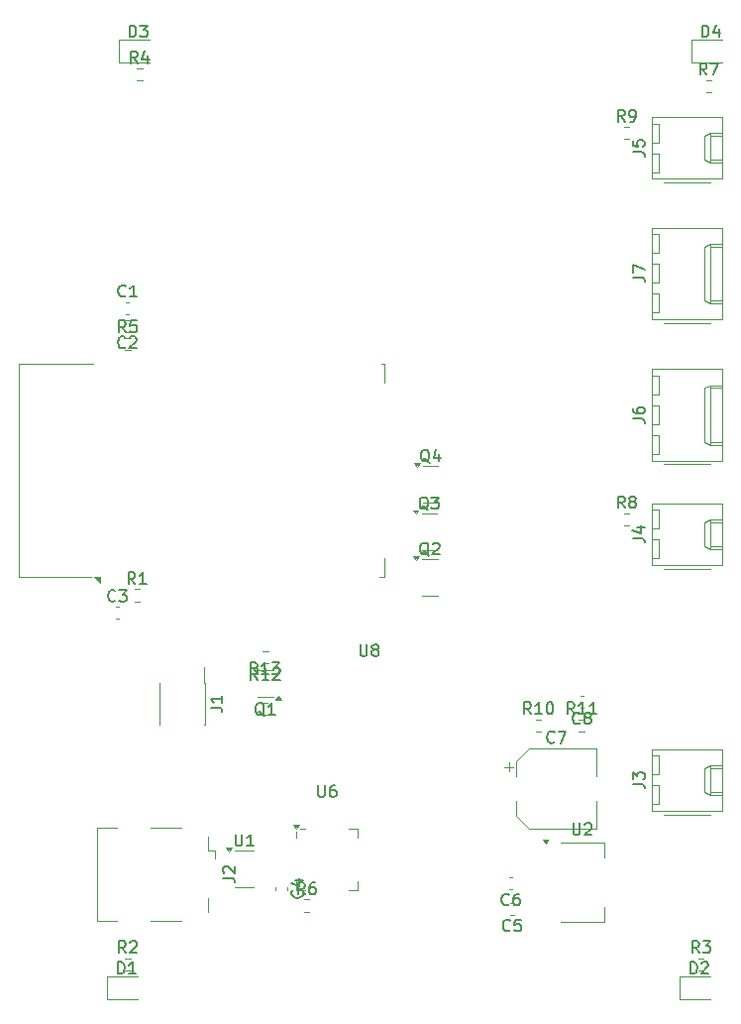
<source format=gbr>
%TF.GenerationSoftware,KiCad,Pcbnew,8.0.6*%
%TF.CreationDate,2025-02-23T18:05:14+01:00*%
%TF.ProjectId,TocBoatReceiver,546f6342-6f61-4745-9265-636569766572,rev?*%
%TF.SameCoordinates,Original*%
%TF.FileFunction,Legend,Top*%
%TF.FilePolarity,Positive*%
%FSLAX46Y46*%
G04 Gerber Fmt 4.6, Leading zero omitted, Abs format (unit mm)*
G04 Created by KiCad (PCBNEW 8.0.6) date 2025-02-23 18:05:14*
%MOMM*%
%LPD*%
G01*
G04 APERTURE LIST*
%ADD10C,0.150000*%
%ADD11C,0.120000*%
G04 APERTURE END LIST*
D10*
X172332142Y-108624819D02*
X171998809Y-108148628D01*
X171760714Y-108624819D02*
X171760714Y-107624819D01*
X171760714Y-107624819D02*
X172141666Y-107624819D01*
X172141666Y-107624819D02*
X172236904Y-107672438D01*
X172236904Y-107672438D02*
X172284523Y-107720057D01*
X172284523Y-107720057D02*
X172332142Y-107815295D01*
X172332142Y-107815295D02*
X172332142Y-107958152D01*
X172332142Y-107958152D02*
X172284523Y-108053390D01*
X172284523Y-108053390D02*
X172236904Y-108101009D01*
X172236904Y-108101009D02*
X172141666Y-108148628D01*
X172141666Y-108148628D02*
X171760714Y-108148628D01*
X173284523Y-108624819D02*
X172713095Y-108624819D01*
X172998809Y-108624819D02*
X172998809Y-107624819D01*
X172998809Y-107624819D02*
X172903571Y-107767676D01*
X172903571Y-107767676D02*
X172808333Y-107862914D01*
X172808333Y-107862914D02*
X172713095Y-107910533D01*
X174236904Y-108624819D02*
X173665476Y-108624819D01*
X173951190Y-108624819D02*
X173951190Y-107624819D01*
X173951190Y-107624819D02*
X173855952Y-107767676D01*
X173855952Y-107767676D02*
X173760714Y-107862914D01*
X173760714Y-107862914D02*
X173665476Y-107910533D01*
X168632142Y-108624819D02*
X168298809Y-108148628D01*
X168060714Y-108624819D02*
X168060714Y-107624819D01*
X168060714Y-107624819D02*
X168441666Y-107624819D01*
X168441666Y-107624819D02*
X168536904Y-107672438D01*
X168536904Y-107672438D02*
X168584523Y-107720057D01*
X168584523Y-107720057D02*
X168632142Y-107815295D01*
X168632142Y-107815295D02*
X168632142Y-107958152D01*
X168632142Y-107958152D02*
X168584523Y-108053390D01*
X168584523Y-108053390D02*
X168536904Y-108101009D01*
X168536904Y-108101009D02*
X168441666Y-108148628D01*
X168441666Y-108148628D02*
X168060714Y-108148628D01*
X169584523Y-108624819D02*
X169013095Y-108624819D01*
X169298809Y-108624819D02*
X169298809Y-107624819D01*
X169298809Y-107624819D02*
X169203571Y-107767676D01*
X169203571Y-107767676D02*
X169108333Y-107862914D01*
X169108333Y-107862914D02*
X169013095Y-107910533D01*
X170203571Y-107624819D02*
X170298809Y-107624819D01*
X170298809Y-107624819D02*
X170394047Y-107672438D01*
X170394047Y-107672438D02*
X170441666Y-107720057D01*
X170441666Y-107720057D02*
X170489285Y-107815295D01*
X170489285Y-107815295D02*
X170536904Y-108005771D01*
X170536904Y-108005771D02*
X170536904Y-108243866D01*
X170536904Y-108243866D02*
X170489285Y-108434342D01*
X170489285Y-108434342D02*
X170441666Y-108529580D01*
X170441666Y-108529580D02*
X170394047Y-108577200D01*
X170394047Y-108577200D02*
X170298809Y-108624819D01*
X170298809Y-108624819D02*
X170203571Y-108624819D01*
X170203571Y-108624819D02*
X170108333Y-108577200D01*
X170108333Y-108577200D02*
X170060714Y-108529580D01*
X170060714Y-108529580D02*
X170013095Y-108434342D01*
X170013095Y-108434342D02*
X169965476Y-108243866D01*
X169965476Y-108243866D02*
X169965476Y-108005771D01*
X169965476Y-108005771D02*
X170013095Y-107815295D01*
X170013095Y-107815295D02*
X170060714Y-107720057D01*
X170060714Y-107720057D02*
X170108333Y-107672438D01*
X170108333Y-107672438D02*
X170203571Y-107624819D01*
X172808333Y-109389580D02*
X172760714Y-109437200D01*
X172760714Y-109437200D02*
X172617857Y-109484819D01*
X172617857Y-109484819D02*
X172522619Y-109484819D01*
X172522619Y-109484819D02*
X172379762Y-109437200D01*
X172379762Y-109437200D02*
X172284524Y-109341961D01*
X172284524Y-109341961D02*
X172236905Y-109246723D01*
X172236905Y-109246723D02*
X172189286Y-109056247D01*
X172189286Y-109056247D02*
X172189286Y-108913390D01*
X172189286Y-108913390D02*
X172236905Y-108722914D01*
X172236905Y-108722914D02*
X172284524Y-108627676D01*
X172284524Y-108627676D02*
X172379762Y-108532438D01*
X172379762Y-108532438D02*
X172522619Y-108484819D01*
X172522619Y-108484819D02*
X172617857Y-108484819D01*
X172617857Y-108484819D02*
X172760714Y-108532438D01*
X172760714Y-108532438D02*
X172808333Y-108580057D01*
X173379762Y-108913390D02*
X173284524Y-108865771D01*
X173284524Y-108865771D02*
X173236905Y-108818152D01*
X173236905Y-108818152D02*
X173189286Y-108722914D01*
X173189286Y-108722914D02*
X173189286Y-108675295D01*
X173189286Y-108675295D02*
X173236905Y-108580057D01*
X173236905Y-108580057D02*
X173284524Y-108532438D01*
X173284524Y-108532438D02*
X173379762Y-108484819D01*
X173379762Y-108484819D02*
X173570238Y-108484819D01*
X173570238Y-108484819D02*
X173665476Y-108532438D01*
X173665476Y-108532438D02*
X173713095Y-108580057D01*
X173713095Y-108580057D02*
X173760714Y-108675295D01*
X173760714Y-108675295D02*
X173760714Y-108722914D01*
X173760714Y-108722914D02*
X173713095Y-108818152D01*
X173713095Y-108818152D02*
X173665476Y-108865771D01*
X173665476Y-108865771D02*
X173570238Y-108913390D01*
X173570238Y-108913390D02*
X173379762Y-108913390D01*
X173379762Y-108913390D02*
X173284524Y-108961009D01*
X173284524Y-108961009D02*
X173236905Y-109008628D01*
X173236905Y-109008628D02*
X173189286Y-109103866D01*
X173189286Y-109103866D02*
X173189286Y-109294342D01*
X173189286Y-109294342D02*
X173236905Y-109389580D01*
X173236905Y-109389580D02*
X173284524Y-109437200D01*
X173284524Y-109437200D02*
X173379762Y-109484819D01*
X173379762Y-109484819D02*
X173570238Y-109484819D01*
X173570238Y-109484819D02*
X173665476Y-109437200D01*
X173665476Y-109437200D02*
X173713095Y-109389580D01*
X173713095Y-109389580D02*
X173760714Y-109294342D01*
X173760714Y-109294342D02*
X173760714Y-109103866D01*
X173760714Y-109103866D02*
X173713095Y-109008628D01*
X173713095Y-109008628D02*
X173665476Y-108961009D01*
X173665476Y-108961009D02*
X173570238Y-108913390D01*
X133958333Y-77289580D02*
X133910714Y-77337200D01*
X133910714Y-77337200D02*
X133767857Y-77384819D01*
X133767857Y-77384819D02*
X133672619Y-77384819D01*
X133672619Y-77384819D02*
X133529762Y-77337200D01*
X133529762Y-77337200D02*
X133434524Y-77241961D01*
X133434524Y-77241961D02*
X133386905Y-77146723D01*
X133386905Y-77146723D02*
X133339286Y-76956247D01*
X133339286Y-76956247D02*
X133339286Y-76813390D01*
X133339286Y-76813390D02*
X133386905Y-76622914D01*
X133386905Y-76622914D02*
X133434524Y-76527676D01*
X133434524Y-76527676D02*
X133529762Y-76432438D01*
X133529762Y-76432438D02*
X133672619Y-76384819D01*
X133672619Y-76384819D02*
X133767857Y-76384819D01*
X133767857Y-76384819D02*
X133910714Y-76432438D01*
X133910714Y-76432438D02*
X133958333Y-76480057D01*
X134339286Y-76480057D02*
X134386905Y-76432438D01*
X134386905Y-76432438D02*
X134482143Y-76384819D01*
X134482143Y-76384819D02*
X134720238Y-76384819D01*
X134720238Y-76384819D02*
X134815476Y-76432438D01*
X134815476Y-76432438D02*
X134863095Y-76480057D01*
X134863095Y-76480057D02*
X134910714Y-76575295D01*
X134910714Y-76575295D02*
X134910714Y-76670533D01*
X134910714Y-76670533D02*
X134863095Y-76813390D01*
X134863095Y-76813390D02*
X134291667Y-77384819D01*
X134291667Y-77384819D02*
X134910714Y-77384819D01*
X149308333Y-124024819D02*
X148975000Y-123548628D01*
X148736905Y-124024819D02*
X148736905Y-123024819D01*
X148736905Y-123024819D02*
X149117857Y-123024819D01*
X149117857Y-123024819D02*
X149213095Y-123072438D01*
X149213095Y-123072438D02*
X149260714Y-123120057D01*
X149260714Y-123120057D02*
X149308333Y-123215295D01*
X149308333Y-123215295D02*
X149308333Y-123358152D01*
X149308333Y-123358152D02*
X149260714Y-123453390D01*
X149260714Y-123453390D02*
X149213095Y-123501009D01*
X149213095Y-123501009D02*
X149117857Y-123548628D01*
X149117857Y-123548628D02*
X148736905Y-123548628D01*
X150165476Y-123024819D02*
X149975000Y-123024819D01*
X149975000Y-123024819D02*
X149879762Y-123072438D01*
X149879762Y-123072438D02*
X149832143Y-123120057D01*
X149832143Y-123120057D02*
X149736905Y-123262914D01*
X149736905Y-123262914D02*
X149689286Y-123453390D01*
X149689286Y-123453390D02*
X149689286Y-123834342D01*
X149689286Y-123834342D02*
X149736905Y-123929580D01*
X149736905Y-123929580D02*
X149784524Y-123977200D01*
X149784524Y-123977200D02*
X149879762Y-124024819D01*
X149879762Y-124024819D02*
X150070238Y-124024819D01*
X150070238Y-124024819D02*
X150165476Y-123977200D01*
X150165476Y-123977200D02*
X150213095Y-123929580D01*
X150213095Y-123929580D02*
X150260714Y-123834342D01*
X150260714Y-123834342D02*
X150260714Y-123596247D01*
X150260714Y-123596247D02*
X150213095Y-123501009D01*
X150213095Y-123501009D02*
X150165476Y-123453390D01*
X150165476Y-123453390D02*
X150070238Y-123405771D01*
X150070238Y-123405771D02*
X149879762Y-123405771D01*
X149879762Y-123405771D02*
X149784524Y-123453390D01*
X149784524Y-123453390D02*
X149736905Y-123501009D01*
X149736905Y-123501009D02*
X149689286Y-123596247D01*
X159904761Y-95100057D02*
X159809523Y-95052438D01*
X159809523Y-95052438D02*
X159714285Y-94957200D01*
X159714285Y-94957200D02*
X159571428Y-94814342D01*
X159571428Y-94814342D02*
X159476190Y-94766723D01*
X159476190Y-94766723D02*
X159380952Y-94766723D01*
X159428571Y-95004819D02*
X159333333Y-94957200D01*
X159333333Y-94957200D02*
X159238095Y-94861961D01*
X159238095Y-94861961D02*
X159190476Y-94671485D01*
X159190476Y-94671485D02*
X159190476Y-94338152D01*
X159190476Y-94338152D02*
X159238095Y-94147676D01*
X159238095Y-94147676D02*
X159333333Y-94052438D01*
X159333333Y-94052438D02*
X159428571Y-94004819D01*
X159428571Y-94004819D02*
X159619047Y-94004819D01*
X159619047Y-94004819D02*
X159714285Y-94052438D01*
X159714285Y-94052438D02*
X159809523Y-94147676D01*
X159809523Y-94147676D02*
X159857142Y-94338152D01*
X159857142Y-94338152D02*
X159857142Y-94671485D01*
X159857142Y-94671485D02*
X159809523Y-94861961D01*
X159809523Y-94861961D02*
X159714285Y-94957200D01*
X159714285Y-94957200D02*
X159619047Y-95004819D01*
X159619047Y-95004819D02*
X159428571Y-95004819D01*
X160238095Y-94100057D02*
X160285714Y-94052438D01*
X160285714Y-94052438D02*
X160380952Y-94004819D01*
X160380952Y-94004819D02*
X160619047Y-94004819D01*
X160619047Y-94004819D02*
X160714285Y-94052438D01*
X160714285Y-94052438D02*
X160761904Y-94100057D01*
X160761904Y-94100057D02*
X160809523Y-94195295D01*
X160809523Y-94195295D02*
X160809523Y-94290533D01*
X160809523Y-94290533D02*
X160761904Y-94433390D01*
X160761904Y-94433390D02*
X160190476Y-95004819D01*
X160190476Y-95004819D02*
X160809523Y-95004819D01*
X183658333Y-54024819D02*
X183325000Y-53548628D01*
X183086905Y-54024819D02*
X183086905Y-53024819D01*
X183086905Y-53024819D02*
X183467857Y-53024819D01*
X183467857Y-53024819D02*
X183563095Y-53072438D01*
X183563095Y-53072438D02*
X183610714Y-53120057D01*
X183610714Y-53120057D02*
X183658333Y-53215295D01*
X183658333Y-53215295D02*
X183658333Y-53358152D01*
X183658333Y-53358152D02*
X183610714Y-53453390D01*
X183610714Y-53453390D02*
X183563095Y-53501009D01*
X183563095Y-53501009D02*
X183467857Y-53548628D01*
X183467857Y-53548628D02*
X183086905Y-53548628D01*
X183991667Y-53024819D02*
X184658333Y-53024819D01*
X184658333Y-53024819D02*
X184229762Y-54024819D01*
X177334819Y-83413333D02*
X178049104Y-83413333D01*
X178049104Y-83413333D02*
X178191961Y-83460952D01*
X178191961Y-83460952D02*
X178287200Y-83556190D01*
X178287200Y-83556190D02*
X178334819Y-83699047D01*
X178334819Y-83699047D02*
X178334819Y-83794285D01*
X177334819Y-82508571D02*
X177334819Y-82699047D01*
X177334819Y-82699047D02*
X177382438Y-82794285D01*
X177382438Y-82794285D02*
X177430057Y-82841904D01*
X177430057Y-82841904D02*
X177572914Y-82937142D01*
X177572914Y-82937142D02*
X177763390Y-82984761D01*
X177763390Y-82984761D02*
X178144342Y-82984761D01*
X178144342Y-82984761D02*
X178239580Y-82937142D01*
X178239580Y-82937142D02*
X178287200Y-82889523D01*
X178287200Y-82889523D02*
X178334819Y-82794285D01*
X178334819Y-82794285D02*
X178334819Y-82603809D01*
X178334819Y-82603809D02*
X178287200Y-82508571D01*
X178287200Y-82508571D02*
X178239580Y-82460952D01*
X178239580Y-82460952D02*
X178144342Y-82413333D01*
X178144342Y-82413333D02*
X177906247Y-82413333D01*
X177906247Y-82413333D02*
X177811009Y-82460952D01*
X177811009Y-82460952D02*
X177763390Y-82508571D01*
X177763390Y-82508571D02*
X177715771Y-82603809D01*
X177715771Y-82603809D02*
X177715771Y-82794285D01*
X177715771Y-82794285D02*
X177763390Y-82889523D01*
X177763390Y-82889523D02*
X177811009Y-82937142D01*
X177811009Y-82937142D02*
X177906247Y-82984761D01*
X133324405Y-130804819D02*
X133324405Y-129804819D01*
X133324405Y-129804819D02*
X133562500Y-129804819D01*
X133562500Y-129804819D02*
X133705357Y-129852438D01*
X133705357Y-129852438D02*
X133800595Y-129947676D01*
X133800595Y-129947676D02*
X133848214Y-130042914D01*
X133848214Y-130042914D02*
X133895833Y-130233390D01*
X133895833Y-130233390D02*
X133895833Y-130376247D01*
X133895833Y-130376247D02*
X133848214Y-130566723D01*
X133848214Y-130566723D02*
X133800595Y-130661961D01*
X133800595Y-130661961D02*
X133705357Y-130757200D01*
X133705357Y-130757200D02*
X133562500Y-130804819D01*
X133562500Y-130804819D02*
X133324405Y-130804819D01*
X134848214Y-130804819D02*
X134276786Y-130804819D01*
X134562500Y-130804819D02*
X134562500Y-129804819D01*
X134562500Y-129804819D02*
X134467262Y-129947676D01*
X134467262Y-129947676D02*
X134372024Y-130042914D01*
X134372024Y-130042914D02*
X134276786Y-130090533D01*
X176658333Y-91024819D02*
X176325000Y-90548628D01*
X176086905Y-91024819D02*
X176086905Y-90024819D01*
X176086905Y-90024819D02*
X176467857Y-90024819D01*
X176467857Y-90024819D02*
X176563095Y-90072438D01*
X176563095Y-90072438D02*
X176610714Y-90120057D01*
X176610714Y-90120057D02*
X176658333Y-90215295D01*
X176658333Y-90215295D02*
X176658333Y-90358152D01*
X176658333Y-90358152D02*
X176610714Y-90453390D01*
X176610714Y-90453390D02*
X176563095Y-90501009D01*
X176563095Y-90501009D02*
X176467857Y-90548628D01*
X176467857Y-90548628D02*
X176086905Y-90548628D01*
X177229762Y-90453390D02*
X177134524Y-90405771D01*
X177134524Y-90405771D02*
X177086905Y-90358152D01*
X177086905Y-90358152D02*
X177039286Y-90262914D01*
X177039286Y-90262914D02*
X177039286Y-90215295D01*
X177039286Y-90215295D02*
X177086905Y-90120057D01*
X177086905Y-90120057D02*
X177134524Y-90072438D01*
X177134524Y-90072438D02*
X177229762Y-90024819D01*
X177229762Y-90024819D02*
X177420238Y-90024819D01*
X177420238Y-90024819D02*
X177515476Y-90072438D01*
X177515476Y-90072438D02*
X177563095Y-90120057D01*
X177563095Y-90120057D02*
X177610714Y-90215295D01*
X177610714Y-90215295D02*
X177610714Y-90262914D01*
X177610714Y-90262914D02*
X177563095Y-90358152D01*
X177563095Y-90358152D02*
X177515476Y-90405771D01*
X177515476Y-90405771D02*
X177420238Y-90453390D01*
X177420238Y-90453390D02*
X177229762Y-90453390D01*
X177229762Y-90453390D02*
X177134524Y-90501009D01*
X177134524Y-90501009D02*
X177086905Y-90548628D01*
X177086905Y-90548628D02*
X177039286Y-90643866D01*
X177039286Y-90643866D02*
X177039286Y-90834342D01*
X177039286Y-90834342D02*
X177086905Y-90929580D01*
X177086905Y-90929580D02*
X177134524Y-90977200D01*
X177134524Y-90977200D02*
X177229762Y-91024819D01*
X177229762Y-91024819D02*
X177420238Y-91024819D01*
X177420238Y-91024819D02*
X177515476Y-90977200D01*
X177515476Y-90977200D02*
X177563095Y-90929580D01*
X177563095Y-90929580D02*
X177610714Y-90834342D01*
X177610714Y-90834342D02*
X177610714Y-90643866D01*
X177610714Y-90643866D02*
X177563095Y-90548628D01*
X177563095Y-90548628D02*
X177515476Y-90501009D01*
X177515476Y-90501009D02*
X177420238Y-90453390D01*
X159967261Y-87150057D02*
X159872023Y-87102438D01*
X159872023Y-87102438D02*
X159776785Y-87007200D01*
X159776785Y-87007200D02*
X159633928Y-86864342D01*
X159633928Y-86864342D02*
X159538690Y-86816723D01*
X159538690Y-86816723D02*
X159443452Y-86816723D01*
X159491071Y-87054819D02*
X159395833Y-87007200D01*
X159395833Y-87007200D02*
X159300595Y-86911961D01*
X159300595Y-86911961D02*
X159252976Y-86721485D01*
X159252976Y-86721485D02*
X159252976Y-86388152D01*
X159252976Y-86388152D02*
X159300595Y-86197676D01*
X159300595Y-86197676D02*
X159395833Y-86102438D01*
X159395833Y-86102438D02*
X159491071Y-86054819D01*
X159491071Y-86054819D02*
X159681547Y-86054819D01*
X159681547Y-86054819D02*
X159776785Y-86102438D01*
X159776785Y-86102438D02*
X159872023Y-86197676D01*
X159872023Y-86197676D02*
X159919642Y-86388152D01*
X159919642Y-86388152D02*
X159919642Y-86721485D01*
X159919642Y-86721485D02*
X159872023Y-86911961D01*
X159872023Y-86911961D02*
X159776785Y-87007200D01*
X159776785Y-87007200D02*
X159681547Y-87054819D01*
X159681547Y-87054819D02*
X159491071Y-87054819D01*
X160776785Y-86388152D02*
X160776785Y-87054819D01*
X160538690Y-86007200D02*
X160300595Y-86721485D01*
X160300595Y-86721485D02*
X160919642Y-86721485D01*
X177334819Y-71333333D02*
X178049104Y-71333333D01*
X178049104Y-71333333D02*
X178191961Y-71380952D01*
X178191961Y-71380952D02*
X178287200Y-71476190D01*
X178287200Y-71476190D02*
X178334819Y-71619047D01*
X178334819Y-71619047D02*
X178334819Y-71714285D01*
X177334819Y-70952380D02*
X177334819Y-70285714D01*
X177334819Y-70285714D02*
X178334819Y-70714285D01*
X149089580Y-123691666D02*
X149137200Y-123739285D01*
X149137200Y-123739285D02*
X149184819Y-123882142D01*
X149184819Y-123882142D02*
X149184819Y-123977380D01*
X149184819Y-123977380D02*
X149137200Y-124120237D01*
X149137200Y-124120237D02*
X149041961Y-124215475D01*
X149041961Y-124215475D02*
X148946723Y-124263094D01*
X148946723Y-124263094D02*
X148756247Y-124310713D01*
X148756247Y-124310713D02*
X148613390Y-124310713D01*
X148613390Y-124310713D02*
X148422914Y-124263094D01*
X148422914Y-124263094D02*
X148327676Y-124215475D01*
X148327676Y-124215475D02*
X148232438Y-124120237D01*
X148232438Y-124120237D02*
X148184819Y-123977380D01*
X148184819Y-123977380D02*
X148184819Y-123882142D01*
X148184819Y-123882142D02*
X148232438Y-123739285D01*
X148232438Y-123739285D02*
X148280057Y-123691666D01*
X148518152Y-122834523D02*
X149184819Y-122834523D01*
X148137200Y-123072618D02*
X148851485Y-123310713D01*
X148851485Y-123310713D02*
X148851485Y-122691666D01*
X142304819Y-122633333D02*
X143019104Y-122633333D01*
X143019104Y-122633333D02*
X143161961Y-122680952D01*
X143161961Y-122680952D02*
X143257200Y-122776190D01*
X143257200Y-122776190D02*
X143304819Y-122919047D01*
X143304819Y-122919047D02*
X143304819Y-123014285D01*
X142400057Y-122204761D02*
X142352438Y-122157142D01*
X142352438Y-122157142D02*
X142304819Y-122061904D01*
X142304819Y-122061904D02*
X142304819Y-121823809D01*
X142304819Y-121823809D02*
X142352438Y-121728571D01*
X142352438Y-121728571D02*
X142400057Y-121680952D01*
X142400057Y-121680952D02*
X142495295Y-121633333D01*
X142495295Y-121633333D02*
X142590533Y-121633333D01*
X142590533Y-121633333D02*
X142733390Y-121680952D01*
X142733390Y-121680952D02*
X143304819Y-122252380D01*
X143304819Y-122252380D02*
X143304819Y-121633333D01*
X172238095Y-117954819D02*
X172238095Y-118764342D01*
X172238095Y-118764342D02*
X172285714Y-118859580D01*
X172285714Y-118859580D02*
X172333333Y-118907200D01*
X172333333Y-118907200D02*
X172428571Y-118954819D01*
X172428571Y-118954819D02*
X172619047Y-118954819D01*
X172619047Y-118954819D02*
X172714285Y-118907200D01*
X172714285Y-118907200D02*
X172761904Y-118859580D01*
X172761904Y-118859580D02*
X172809523Y-118764342D01*
X172809523Y-118764342D02*
X172809523Y-117954819D01*
X173238095Y-118050057D02*
X173285714Y-118002438D01*
X173285714Y-118002438D02*
X173380952Y-117954819D01*
X173380952Y-117954819D02*
X173619047Y-117954819D01*
X173619047Y-117954819D02*
X173714285Y-118002438D01*
X173714285Y-118002438D02*
X173761904Y-118050057D01*
X173761904Y-118050057D02*
X173809523Y-118145295D01*
X173809523Y-118145295D02*
X173809523Y-118240533D01*
X173809523Y-118240533D02*
X173761904Y-118383390D01*
X173761904Y-118383390D02*
X173190476Y-118954819D01*
X173190476Y-118954819D02*
X173809523Y-118954819D01*
X150438095Y-114704819D02*
X150438095Y-115514342D01*
X150438095Y-115514342D02*
X150485714Y-115609580D01*
X150485714Y-115609580D02*
X150533333Y-115657200D01*
X150533333Y-115657200D02*
X150628571Y-115704819D01*
X150628571Y-115704819D02*
X150819047Y-115704819D01*
X150819047Y-115704819D02*
X150914285Y-115657200D01*
X150914285Y-115657200D02*
X150961904Y-115609580D01*
X150961904Y-115609580D02*
X151009523Y-115514342D01*
X151009523Y-115514342D02*
X151009523Y-114704819D01*
X151914285Y-114704819D02*
X151723809Y-114704819D01*
X151723809Y-114704819D02*
X151628571Y-114752438D01*
X151628571Y-114752438D02*
X151580952Y-114800057D01*
X151580952Y-114800057D02*
X151485714Y-114942914D01*
X151485714Y-114942914D02*
X151438095Y-115133390D01*
X151438095Y-115133390D02*
X151438095Y-115514342D01*
X151438095Y-115514342D02*
X151485714Y-115609580D01*
X151485714Y-115609580D02*
X151533333Y-115657200D01*
X151533333Y-115657200D02*
X151628571Y-115704819D01*
X151628571Y-115704819D02*
X151819047Y-115704819D01*
X151819047Y-115704819D02*
X151914285Y-115657200D01*
X151914285Y-115657200D02*
X151961904Y-115609580D01*
X151961904Y-115609580D02*
X152009523Y-115514342D01*
X152009523Y-115514342D02*
X152009523Y-115276247D01*
X152009523Y-115276247D02*
X151961904Y-115181009D01*
X151961904Y-115181009D02*
X151914285Y-115133390D01*
X151914285Y-115133390D02*
X151819047Y-115085771D01*
X151819047Y-115085771D02*
X151628571Y-115085771D01*
X151628571Y-115085771D02*
X151533333Y-115133390D01*
X151533333Y-115133390D02*
X151485714Y-115181009D01*
X151485714Y-115181009D02*
X151438095Y-115276247D01*
X177334819Y-114603333D02*
X178049104Y-114603333D01*
X178049104Y-114603333D02*
X178191961Y-114650952D01*
X178191961Y-114650952D02*
X178287200Y-114746190D01*
X178287200Y-114746190D02*
X178334819Y-114889047D01*
X178334819Y-114889047D02*
X178334819Y-114984285D01*
X177334819Y-114222380D02*
X177334819Y-113603333D01*
X177334819Y-113603333D02*
X177715771Y-113936666D01*
X177715771Y-113936666D02*
X177715771Y-113793809D01*
X177715771Y-113793809D02*
X177763390Y-113698571D01*
X177763390Y-113698571D02*
X177811009Y-113650952D01*
X177811009Y-113650952D02*
X177906247Y-113603333D01*
X177906247Y-113603333D02*
X178144342Y-113603333D01*
X178144342Y-113603333D02*
X178239580Y-113650952D01*
X178239580Y-113650952D02*
X178287200Y-113698571D01*
X178287200Y-113698571D02*
X178334819Y-113793809D01*
X178334819Y-113793809D02*
X178334819Y-114079523D01*
X178334819Y-114079523D02*
X178287200Y-114174761D01*
X178287200Y-114174761D02*
X178239580Y-114222380D01*
X166858333Y-127089580D02*
X166810714Y-127137200D01*
X166810714Y-127137200D02*
X166667857Y-127184819D01*
X166667857Y-127184819D02*
X166572619Y-127184819D01*
X166572619Y-127184819D02*
X166429762Y-127137200D01*
X166429762Y-127137200D02*
X166334524Y-127041961D01*
X166334524Y-127041961D02*
X166286905Y-126946723D01*
X166286905Y-126946723D02*
X166239286Y-126756247D01*
X166239286Y-126756247D02*
X166239286Y-126613390D01*
X166239286Y-126613390D02*
X166286905Y-126422914D01*
X166286905Y-126422914D02*
X166334524Y-126327676D01*
X166334524Y-126327676D02*
X166429762Y-126232438D01*
X166429762Y-126232438D02*
X166572619Y-126184819D01*
X166572619Y-126184819D02*
X166667857Y-126184819D01*
X166667857Y-126184819D02*
X166810714Y-126232438D01*
X166810714Y-126232438D02*
X166858333Y-126280057D01*
X167763095Y-126184819D02*
X167286905Y-126184819D01*
X167286905Y-126184819D02*
X167239286Y-126661009D01*
X167239286Y-126661009D02*
X167286905Y-126613390D01*
X167286905Y-126613390D02*
X167382143Y-126565771D01*
X167382143Y-126565771D02*
X167620238Y-126565771D01*
X167620238Y-126565771D02*
X167715476Y-126613390D01*
X167715476Y-126613390D02*
X167763095Y-126661009D01*
X167763095Y-126661009D02*
X167810714Y-126756247D01*
X167810714Y-126756247D02*
X167810714Y-126994342D01*
X167810714Y-126994342D02*
X167763095Y-127089580D01*
X167763095Y-127089580D02*
X167715476Y-127137200D01*
X167715476Y-127137200D02*
X167620238Y-127184819D01*
X167620238Y-127184819D02*
X167382143Y-127184819D01*
X167382143Y-127184819D02*
X167286905Y-127137200D01*
X167286905Y-127137200D02*
X167239286Y-127089580D01*
X145854761Y-108800057D02*
X145759523Y-108752438D01*
X145759523Y-108752438D02*
X145664285Y-108657200D01*
X145664285Y-108657200D02*
X145521428Y-108514342D01*
X145521428Y-108514342D02*
X145426190Y-108466723D01*
X145426190Y-108466723D02*
X145330952Y-108466723D01*
X145378571Y-108704819D02*
X145283333Y-108657200D01*
X145283333Y-108657200D02*
X145188095Y-108561961D01*
X145188095Y-108561961D02*
X145140476Y-108371485D01*
X145140476Y-108371485D02*
X145140476Y-108038152D01*
X145140476Y-108038152D02*
X145188095Y-107847676D01*
X145188095Y-107847676D02*
X145283333Y-107752438D01*
X145283333Y-107752438D02*
X145378571Y-107704819D01*
X145378571Y-107704819D02*
X145569047Y-107704819D01*
X145569047Y-107704819D02*
X145664285Y-107752438D01*
X145664285Y-107752438D02*
X145759523Y-107847676D01*
X145759523Y-107847676D02*
X145807142Y-108038152D01*
X145807142Y-108038152D02*
X145807142Y-108371485D01*
X145807142Y-108371485D02*
X145759523Y-108561961D01*
X145759523Y-108561961D02*
X145664285Y-108657200D01*
X145664285Y-108657200D02*
X145569047Y-108704819D01*
X145569047Y-108704819D02*
X145378571Y-108704819D01*
X146759523Y-108704819D02*
X146188095Y-108704819D01*
X146473809Y-108704819D02*
X146473809Y-107704819D01*
X146473809Y-107704819D02*
X146378571Y-107847676D01*
X146378571Y-107847676D02*
X146283333Y-107942914D01*
X146283333Y-107942914D02*
X146188095Y-107990533D01*
X134324405Y-50804819D02*
X134324405Y-49804819D01*
X134324405Y-49804819D02*
X134562500Y-49804819D01*
X134562500Y-49804819D02*
X134705357Y-49852438D01*
X134705357Y-49852438D02*
X134800595Y-49947676D01*
X134800595Y-49947676D02*
X134848214Y-50042914D01*
X134848214Y-50042914D02*
X134895833Y-50233390D01*
X134895833Y-50233390D02*
X134895833Y-50376247D01*
X134895833Y-50376247D02*
X134848214Y-50566723D01*
X134848214Y-50566723D02*
X134800595Y-50661961D01*
X134800595Y-50661961D02*
X134705357Y-50757200D01*
X134705357Y-50757200D02*
X134562500Y-50804819D01*
X134562500Y-50804819D02*
X134324405Y-50804819D01*
X135229167Y-49804819D02*
X135848214Y-49804819D01*
X135848214Y-49804819D02*
X135514881Y-50185771D01*
X135514881Y-50185771D02*
X135657738Y-50185771D01*
X135657738Y-50185771D02*
X135752976Y-50233390D01*
X135752976Y-50233390D02*
X135800595Y-50281009D01*
X135800595Y-50281009D02*
X135848214Y-50376247D01*
X135848214Y-50376247D02*
X135848214Y-50614342D01*
X135848214Y-50614342D02*
X135800595Y-50709580D01*
X135800595Y-50709580D02*
X135752976Y-50757200D01*
X135752976Y-50757200D02*
X135657738Y-50804819D01*
X135657738Y-50804819D02*
X135372024Y-50804819D01*
X135372024Y-50804819D02*
X135276786Y-50757200D01*
X135276786Y-50757200D02*
X135229167Y-50709580D01*
X154043095Y-102684819D02*
X154043095Y-103494342D01*
X154043095Y-103494342D02*
X154090714Y-103589580D01*
X154090714Y-103589580D02*
X154138333Y-103637200D01*
X154138333Y-103637200D02*
X154233571Y-103684819D01*
X154233571Y-103684819D02*
X154424047Y-103684819D01*
X154424047Y-103684819D02*
X154519285Y-103637200D01*
X154519285Y-103637200D02*
X154566904Y-103589580D01*
X154566904Y-103589580D02*
X154614523Y-103494342D01*
X154614523Y-103494342D02*
X154614523Y-102684819D01*
X155233571Y-103113390D02*
X155138333Y-103065771D01*
X155138333Y-103065771D02*
X155090714Y-103018152D01*
X155090714Y-103018152D02*
X155043095Y-102922914D01*
X155043095Y-102922914D02*
X155043095Y-102875295D01*
X155043095Y-102875295D02*
X155090714Y-102780057D01*
X155090714Y-102780057D02*
X155138333Y-102732438D01*
X155138333Y-102732438D02*
X155233571Y-102684819D01*
X155233571Y-102684819D02*
X155424047Y-102684819D01*
X155424047Y-102684819D02*
X155519285Y-102732438D01*
X155519285Y-102732438D02*
X155566904Y-102780057D01*
X155566904Y-102780057D02*
X155614523Y-102875295D01*
X155614523Y-102875295D02*
X155614523Y-102922914D01*
X155614523Y-102922914D02*
X155566904Y-103018152D01*
X155566904Y-103018152D02*
X155519285Y-103065771D01*
X155519285Y-103065771D02*
X155424047Y-103113390D01*
X155424047Y-103113390D02*
X155233571Y-103113390D01*
X155233571Y-103113390D02*
X155138333Y-103161009D01*
X155138333Y-103161009D02*
X155090714Y-103208628D01*
X155090714Y-103208628D02*
X155043095Y-103303866D01*
X155043095Y-103303866D02*
X155043095Y-103494342D01*
X155043095Y-103494342D02*
X155090714Y-103589580D01*
X155090714Y-103589580D02*
X155138333Y-103637200D01*
X155138333Y-103637200D02*
X155233571Y-103684819D01*
X155233571Y-103684819D02*
X155424047Y-103684819D01*
X155424047Y-103684819D02*
X155519285Y-103637200D01*
X155519285Y-103637200D02*
X155566904Y-103589580D01*
X155566904Y-103589580D02*
X155614523Y-103494342D01*
X155614523Y-103494342D02*
X155614523Y-103303866D01*
X155614523Y-103303866D02*
X155566904Y-103208628D01*
X155566904Y-103208628D02*
X155519285Y-103161009D01*
X155519285Y-103161009D02*
X155424047Y-103113390D01*
X134808333Y-97524819D02*
X134475000Y-97048628D01*
X134236905Y-97524819D02*
X134236905Y-96524819D01*
X134236905Y-96524819D02*
X134617857Y-96524819D01*
X134617857Y-96524819D02*
X134713095Y-96572438D01*
X134713095Y-96572438D02*
X134760714Y-96620057D01*
X134760714Y-96620057D02*
X134808333Y-96715295D01*
X134808333Y-96715295D02*
X134808333Y-96858152D01*
X134808333Y-96858152D02*
X134760714Y-96953390D01*
X134760714Y-96953390D02*
X134713095Y-97001009D01*
X134713095Y-97001009D02*
X134617857Y-97048628D01*
X134617857Y-97048628D02*
X134236905Y-97048628D01*
X135760714Y-97524819D02*
X135189286Y-97524819D01*
X135475000Y-97524819D02*
X135475000Y-96524819D01*
X135475000Y-96524819D02*
X135379762Y-96667676D01*
X135379762Y-96667676D02*
X135284524Y-96762914D01*
X135284524Y-96762914D02*
X135189286Y-96810533D01*
X166758333Y-124889580D02*
X166710714Y-124937200D01*
X166710714Y-124937200D02*
X166567857Y-124984819D01*
X166567857Y-124984819D02*
X166472619Y-124984819D01*
X166472619Y-124984819D02*
X166329762Y-124937200D01*
X166329762Y-124937200D02*
X166234524Y-124841961D01*
X166234524Y-124841961D02*
X166186905Y-124746723D01*
X166186905Y-124746723D02*
X166139286Y-124556247D01*
X166139286Y-124556247D02*
X166139286Y-124413390D01*
X166139286Y-124413390D02*
X166186905Y-124222914D01*
X166186905Y-124222914D02*
X166234524Y-124127676D01*
X166234524Y-124127676D02*
X166329762Y-124032438D01*
X166329762Y-124032438D02*
X166472619Y-123984819D01*
X166472619Y-123984819D02*
X166567857Y-123984819D01*
X166567857Y-123984819D02*
X166710714Y-124032438D01*
X166710714Y-124032438D02*
X166758333Y-124080057D01*
X167615476Y-123984819D02*
X167425000Y-123984819D01*
X167425000Y-123984819D02*
X167329762Y-124032438D01*
X167329762Y-124032438D02*
X167282143Y-124080057D01*
X167282143Y-124080057D02*
X167186905Y-124222914D01*
X167186905Y-124222914D02*
X167139286Y-124413390D01*
X167139286Y-124413390D02*
X167139286Y-124794342D01*
X167139286Y-124794342D02*
X167186905Y-124889580D01*
X167186905Y-124889580D02*
X167234524Y-124937200D01*
X167234524Y-124937200D02*
X167329762Y-124984819D01*
X167329762Y-124984819D02*
X167520238Y-124984819D01*
X167520238Y-124984819D02*
X167615476Y-124937200D01*
X167615476Y-124937200D02*
X167663095Y-124889580D01*
X167663095Y-124889580D02*
X167710714Y-124794342D01*
X167710714Y-124794342D02*
X167710714Y-124556247D01*
X167710714Y-124556247D02*
X167663095Y-124461009D01*
X167663095Y-124461009D02*
X167615476Y-124413390D01*
X167615476Y-124413390D02*
X167520238Y-124365771D01*
X167520238Y-124365771D02*
X167329762Y-124365771D01*
X167329762Y-124365771D02*
X167234524Y-124413390D01*
X167234524Y-124413390D02*
X167186905Y-124461009D01*
X167186905Y-124461009D02*
X167139286Y-124556247D01*
X177334819Y-93603333D02*
X178049104Y-93603333D01*
X178049104Y-93603333D02*
X178191961Y-93650952D01*
X178191961Y-93650952D02*
X178287200Y-93746190D01*
X178287200Y-93746190D02*
X178334819Y-93889047D01*
X178334819Y-93889047D02*
X178334819Y-93984285D01*
X177668152Y-92698571D02*
X178334819Y-92698571D01*
X177287200Y-92936666D02*
X178001485Y-93174761D01*
X178001485Y-93174761D02*
X178001485Y-92555714D01*
X143375595Y-118904819D02*
X143375595Y-119714342D01*
X143375595Y-119714342D02*
X143423214Y-119809580D01*
X143423214Y-119809580D02*
X143470833Y-119857200D01*
X143470833Y-119857200D02*
X143566071Y-119904819D01*
X143566071Y-119904819D02*
X143756547Y-119904819D01*
X143756547Y-119904819D02*
X143851785Y-119857200D01*
X143851785Y-119857200D02*
X143899404Y-119809580D01*
X143899404Y-119809580D02*
X143947023Y-119714342D01*
X143947023Y-119714342D02*
X143947023Y-118904819D01*
X144947023Y-119904819D02*
X144375595Y-119904819D01*
X144661309Y-119904819D02*
X144661309Y-118904819D01*
X144661309Y-118904819D02*
X144566071Y-119047676D01*
X144566071Y-119047676D02*
X144470833Y-119142914D01*
X144470833Y-119142914D02*
X144375595Y-119190533D01*
X176658333Y-58024819D02*
X176325000Y-57548628D01*
X176086905Y-58024819D02*
X176086905Y-57024819D01*
X176086905Y-57024819D02*
X176467857Y-57024819D01*
X176467857Y-57024819D02*
X176563095Y-57072438D01*
X176563095Y-57072438D02*
X176610714Y-57120057D01*
X176610714Y-57120057D02*
X176658333Y-57215295D01*
X176658333Y-57215295D02*
X176658333Y-57358152D01*
X176658333Y-57358152D02*
X176610714Y-57453390D01*
X176610714Y-57453390D02*
X176563095Y-57501009D01*
X176563095Y-57501009D02*
X176467857Y-57548628D01*
X176467857Y-57548628D02*
X176086905Y-57548628D01*
X177134524Y-58024819D02*
X177325000Y-58024819D01*
X177325000Y-58024819D02*
X177420238Y-57977200D01*
X177420238Y-57977200D02*
X177467857Y-57929580D01*
X177467857Y-57929580D02*
X177563095Y-57786723D01*
X177563095Y-57786723D02*
X177610714Y-57596247D01*
X177610714Y-57596247D02*
X177610714Y-57215295D01*
X177610714Y-57215295D02*
X177563095Y-57120057D01*
X177563095Y-57120057D02*
X177515476Y-57072438D01*
X177515476Y-57072438D02*
X177420238Y-57024819D01*
X177420238Y-57024819D02*
X177229762Y-57024819D01*
X177229762Y-57024819D02*
X177134524Y-57072438D01*
X177134524Y-57072438D02*
X177086905Y-57120057D01*
X177086905Y-57120057D02*
X177039286Y-57215295D01*
X177039286Y-57215295D02*
X177039286Y-57453390D01*
X177039286Y-57453390D02*
X177086905Y-57548628D01*
X177086905Y-57548628D02*
X177134524Y-57596247D01*
X177134524Y-57596247D02*
X177229762Y-57643866D01*
X177229762Y-57643866D02*
X177420238Y-57643866D01*
X177420238Y-57643866D02*
X177515476Y-57596247D01*
X177515476Y-57596247D02*
X177563095Y-57548628D01*
X177563095Y-57548628D02*
X177610714Y-57453390D01*
X141249819Y-108083333D02*
X141964104Y-108083333D01*
X141964104Y-108083333D02*
X142106961Y-108130952D01*
X142106961Y-108130952D02*
X142202200Y-108226190D01*
X142202200Y-108226190D02*
X142249819Y-108369047D01*
X142249819Y-108369047D02*
X142249819Y-108464285D01*
X142249819Y-107083333D02*
X142249819Y-107654761D01*
X142249819Y-107369047D02*
X141249819Y-107369047D01*
X141249819Y-107369047D02*
X141392676Y-107464285D01*
X141392676Y-107464285D02*
X141487914Y-107559523D01*
X141487914Y-107559523D02*
X141535533Y-107654761D01*
X170633333Y-111009580D02*
X170585714Y-111057200D01*
X170585714Y-111057200D02*
X170442857Y-111104819D01*
X170442857Y-111104819D02*
X170347619Y-111104819D01*
X170347619Y-111104819D02*
X170204762Y-111057200D01*
X170204762Y-111057200D02*
X170109524Y-110961961D01*
X170109524Y-110961961D02*
X170061905Y-110866723D01*
X170061905Y-110866723D02*
X170014286Y-110676247D01*
X170014286Y-110676247D02*
X170014286Y-110533390D01*
X170014286Y-110533390D02*
X170061905Y-110342914D01*
X170061905Y-110342914D02*
X170109524Y-110247676D01*
X170109524Y-110247676D02*
X170204762Y-110152438D01*
X170204762Y-110152438D02*
X170347619Y-110104819D01*
X170347619Y-110104819D02*
X170442857Y-110104819D01*
X170442857Y-110104819D02*
X170585714Y-110152438D01*
X170585714Y-110152438D02*
X170633333Y-110200057D01*
X170966667Y-110104819D02*
X171633333Y-110104819D01*
X171633333Y-110104819D02*
X171204762Y-111104819D01*
X182261905Y-130804819D02*
X182261905Y-129804819D01*
X182261905Y-129804819D02*
X182500000Y-129804819D01*
X182500000Y-129804819D02*
X182642857Y-129852438D01*
X182642857Y-129852438D02*
X182738095Y-129947676D01*
X182738095Y-129947676D02*
X182785714Y-130042914D01*
X182785714Y-130042914D02*
X182833333Y-130233390D01*
X182833333Y-130233390D02*
X182833333Y-130376247D01*
X182833333Y-130376247D02*
X182785714Y-130566723D01*
X182785714Y-130566723D02*
X182738095Y-130661961D01*
X182738095Y-130661961D02*
X182642857Y-130757200D01*
X182642857Y-130757200D02*
X182500000Y-130804819D01*
X182500000Y-130804819D02*
X182261905Y-130804819D01*
X183214286Y-129900057D02*
X183261905Y-129852438D01*
X183261905Y-129852438D02*
X183357143Y-129804819D01*
X183357143Y-129804819D02*
X183595238Y-129804819D01*
X183595238Y-129804819D02*
X183690476Y-129852438D01*
X183690476Y-129852438D02*
X183738095Y-129900057D01*
X183738095Y-129900057D02*
X183785714Y-129995295D01*
X183785714Y-129995295D02*
X183785714Y-130090533D01*
X183785714Y-130090533D02*
X183738095Y-130233390D01*
X183738095Y-130233390D02*
X183166667Y-130804819D01*
X183166667Y-130804819D02*
X183785714Y-130804819D01*
X134008333Y-76024819D02*
X133675000Y-75548628D01*
X133436905Y-76024819D02*
X133436905Y-75024819D01*
X133436905Y-75024819D02*
X133817857Y-75024819D01*
X133817857Y-75024819D02*
X133913095Y-75072438D01*
X133913095Y-75072438D02*
X133960714Y-75120057D01*
X133960714Y-75120057D02*
X134008333Y-75215295D01*
X134008333Y-75215295D02*
X134008333Y-75358152D01*
X134008333Y-75358152D02*
X133960714Y-75453390D01*
X133960714Y-75453390D02*
X133913095Y-75501009D01*
X133913095Y-75501009D02*
X133817857Y-75548628D01*
X133817857Y-75548628D02*
X133436905Y-75548628D01*
X134913095Y-75024819D02*
X134436905Y-75024819D01*
X134436905Y-75024819D02*
X134389286Y-75501009D01*
X134389286Y-75501009D02*
X134436905Y-75453390D01*
X134436905Y-75453390D02*
X134532143Y-75405771D01*
X134532143Y-75405771D02*
X134770238Y-75405771D01*
X134770238Y-75405771D02*
X134865476Y-75453390D01*
X134865476Y-75453390D02*
X134913095Y-75501009D01*
X134913095Y-75501009D02*
X134960714Y-75596247D01*
X134960714Y-75596247D02*
X134960714Y-75834342D01*
X134960714Y-75834342D02*
X134913095Y-75929580D01*
X134913095Y-75929580D02*
X134865476Y-75977200D01*
X134865476Y-75977200D02*
X134770238Y-76024819D01*
X134770238Y-76024819D02*
X134532143Y-76024819D01*
X134532143Y-76024819D02*
X134436905Y-75977200D01*
X134436905Y-75977200D02*
X134389286Y-75929580D01*
X183261905Y-50804819D02*
X183261905Y-49804819D01*
X183261905Y-49804819D02*
X183500000Y-49804819D01*
X183500000Y-49804819D02*
X183642857Y-49852438D01*
X183642857Y-49852438D02*
X183738095Y-49947676D01*
X183738095Y-49947676D02*
X183785714Y-50042914D01*
X183785714Y-50042914D02*
X183833333Y-50233390D01*
X183833333Y-50233390D02*
X183833333Y-50376247D01*
X183833333Y-50376247D02*
X183785714Y-50566723D01*
X183785714Y-50566723D02*
X183738095Y-50661961D01*
X183738095Y-50661961D02*
X183642857Y-50757200D01*
X183642857Y-50757200D02*
X183500000Y-50804819D01*
X183500000Y-50804819D02*
X183261905Y-50804819D01*
X184690476Y-50138152D02*
X184690476Y-50804819D01*
X184452381Y-49757200D02*
X184214286Y-50471485D01*
X184214286Y-50471485D02*
X184833333Y-50471485D01*
X135008333Y-53024819D02*
X134675000Y-52548628D01*
X134436905Y-53024819D02*
X134436905Y-52024819D01*
X134436905Y-52024819D02*
X134817857Y-52024819D01*
X134817857Y-52024819D02*
X134913095Y-52072438D01*
X134913095Y-52072438D02*
X134960714Y-52120057D01*
X134960714Y-52120057D02*
X135008333Y-52215295D01*
X135008333Y-52215295D02*
X135008333Y-52358152D01*
X135008333Y-52358152D02*
X134960714Y-52453390D01*
X134960714Y-52453390D02*
X134913095Y-52501009D01*
X134913095Y-52501009D02*
X134817857Y-52548628D01*
X134817857Y-52548628D02*
X134436905Y-52548628D01*
X135865476Y-52358152D02*
X135865476Y-53024819D01*
X135627381Y-51977200D02*
X135389286Y-52691485D01*
X135389286Y-52691485D02*
X136008333Y-52691485D01*
X133108333Y-98929580D02*
X133060714Y-98977200D01*
X133060714Y-98977200D02*
X132917857Y-99024819D01*
X132917857Y-99024819D02*
X132822619Y-99024819D01*
X132822619Y-99024819D02*
X132679762Y-98977200D01*
X132679762Y-98977200D02*
X132584524Y-98881961D01*
X132584524Y-98881961D02*
X132536905Y-98786723D01*
X132536905Y-98786723D02*
X132489286Y-98596247D01*
X132489286Y-98596247D02*
X132489286Y-98453390D01*
X132489286Y-98453390D02*
X132536905Y-98262914D01*
X132536905Y-98262914D02*
X132584524Y-98167676D01*
X132584524Y-98167676D02*
X132679762Y-98072438D01*
X132679762Y-98072438D02*
X132822619Y-98024819D01*
X132822619Y-98024819D02*
X132917857Y-98024819D01*
X132917857Y-98024819D02*
X133060714Y-98072438D01*
X133060714Y-98072438D02*
X133108333Y-98120057D01*
X133441667Y-98024819D02*
X134060714Y-98024819D01*
X134060714Y-98024819D02*
X133727381Y-98405771D01*
X133727381Y-98405771D02*
X133870238Y-98405771D01*
X133870238Y-98405771D02*
X133965476Y-98453390D01*
X133965476Y-98453390D02*
X134013095Y-98501009D01*
X134013095Y-98501009D02*
X134060714Y-98596247D01*
X134060714Y-98596247D02*
X134060714Y-98834342D01*
X134060714Y-98834342D02*
X134013095Y-98929580D01*
X134013095Y-98929580D02*
X133965476Y-98977200D01*
X133965476Y-98977200D02*
X133870238Y-99024819D01*
X133870238Y-99024819D02*
X133584524Y-99024819D01*
X133584524Y-99024819D02*
X133489286Y-98977200D01*
X133489286Y-98977200D02*
X133441667Y-98929580D01*
X145232142Y-105224819D02*
X144898809Y-104748628D01*
X144660714Y-105224819D02*
X144660714Y-104224819D01*
X144660714Y-104224819D02*
X145041666Y-104224819D01*
X145041666Y-104224819D02*
X145136904Y-104272438D01*
X145136904Y-104272438D02*
X145184523Y-104320057D01*
X145184523Y-104320057D02*
X145232142Y-104415295D01*
X145232142Y-104415295D02*
X145232142Y-104558152D01*
X145232142Y-104558152D02*
X145184523Y-104653390D01*
X145184523Y-104653390D02*
X145136904Y-104701009D01*
X145136904Y-104701009D02*
X145041666Y-104748628D01*
X145041666Y-104748628D02*
X144660714Y-104748628D01*
X146184523Y-105224819D02*
X145613095Y-105224819D01*
X145898809Y-105224819D02*
X145898809Y-104224819D01*
X145898809Y-104224819D02*
X145803571Y-104367676D01*
X145803571Y-104367676D02*
X145708333Y-104462914D01*
X145708333Y-104462914D02*
X145613095Y-104510533D01*
X146517857Y-104224819D02*
X147136904Y-104224819D01*
X147136904Y-104224819D02*
X146803571Y-104605771D01*
X146803571Y-104605771D02*
X146946428Y-104605771D01*
X146946428Y-104605771D02*
X147041666Y-104653390D01*
X147041666Y-104653390D02*
X147089285Y-104701009D01*
X147089285Y-104701009D02*
X147136904Y-104796247D01*
X147136904Y-104796247D02*
X147136904Y-105034342D01*
X147136904Y-105034342D02*
X147089285Y-105129580D01*
X147089285Y-105129580D02*
X147041666Y-105177200D01*
X147041666Y-105177200D02*
X146946428Y-105224819D01*
X146946428Y-105224819D02*
X146660714Y-105224819D01*
X146660714Y-105224819D02*
X146565476Y-105177200D01*
X146565476Y-105177200D02*
X146517857Y-105129580D01*
X183008333Y-129024819D02*
X182675000Y-128548628D01*
X182436905Y-129024819D02*
X182436905Y-128024819D01*
X182436905Y-128024819D02*
X182817857Y-128024819D01*
X182817857Y-128024819D02*
X182913095Y-128072438D01*
X182913095Y-128072438D02*
X182960714Y-128120057D01*
X182960714Y-128120057D02*
X183008333Y-128215295D01*
X183008333Y-128215295D02*
X183008333Y-128358152D01*
X183008333Y-128358152D02*
X182960714Y-128453390D01*
X182960714Y-128453390D02*
X182913095Y-128501009D01*
X182913095Y-128501009D02*
X182817857Y-128548628D01*
X182817857Y-128548628D02*
X182436905Y-128548628D01*
X183341667Y-128024819D02*
X183960714Y-128024819D01*
X183960714Y-128024819D02*
X183627381Y-128405771D01*
X183627381Y-128405771D02*
X183770238Y-128405771D01*
X183770238Y-128405771D02*
X183865476Y-128453390D01*
X183865476Y-128453390D02*
X183913095Y-128501009D01*
X183913095Y-128501009D02*
X183960714Y-128596247D01*
X183960714Y-128596247D02*
X183960714Y-128834342D01*
X183960714Y-128834342D02*
X183913095Y-128929580D01*
X183913095Y-128929580D02*
X183865476Y-128977200D01*
X183865476Y-128977200D02*
X183770238Y-129024819D01*
X183770238Y-129024819D02*
X183484524Y-129024819D01*
X183484524Y-129024819D02*
X183389286Y-128977200D01*
X183389286Y-128977200D02*
X183341667Y-128929580D01*
X177334819Y-60603333D02*
X178049104Y-60603333D01*
X178049104Y-60603333D02*
X178191961Y-60650952D01*
X178191961Y-60650952D02*
X178287200Y-60746190D01*
X178287200Y-60746190D02*
X178334819Y-60889047D01*
X178334819Y-60889047D02*
X178334819Y-60984285D01*
X177334819Y-59650952D02*
X177334819Y-60127142D01*
X177334819Y-60127142D02*
X177811009Y-60174761D01*
X177811009Y-60174761D02*
X177763390Y-60127142D01*
X177763390Y-60127142D02*
X177715771Y-60031904D01*
X177715771Y-60031904D02*
X177715771Y-59793809D01*
X177715771Y-59793809D02*
X177763390Y-59698571D01*
X177763390Y-59698571D02*
X177811009Y-59650952D01*
X177811009Y-59650952D02*
X177906247Y-59603333D01*
X177906247Y-59603333D02*
X178144342Y-59603333D01*
X178144342Y-59603333D02*
X178239580Y-59650952D01*
X178239580Y-59650952D02*
X178287200Y-59698571D01*
X178287200Y-59698571D02*
X178334819Y-59793809D01*
X178334819Y-59793809D02*
X178334819Y-60031904D01*
X178334819Y-60031904D02*
X178287200Y-60127142D01*
X178287200Y-60127142D02*
X178239580Y-60174761D01*
X145282142Y-105684819D02*
X144948809Y-105208628D01*
X144710714Y-105684819D02*
X144710714Y-104684819D01*
X144710714Y-104684819D02*
X145091666Y-104684819D01*
X145091666Y-104684819D02*
X145186904Y-104732438D01*
X145186904Y-104732438D02*
X145234523Y-104780057D01*
X145234523Y-104780057D02*
X145282142Y-104875295D01*
X145282142Y-104875295D02*
X145282142Y-105018152D01*
X145282142Y-105018152D02*
X145234523Y-105113390D01*
X145234523Y-105113390D02*
X145186904Y-105161009D01*
X145186904Y-105161009D02*
X145091666Y-105208628D01*
X145091666Y-105208628D02*
X144710714Y-105208628D01*
X146234523Y-105684819D02*
X145663095Y-105684819D01*
X145948809Y-105684819D02*
X145948809Y-104684819D01*
X145948809Y-104684819D02*
X145853571Y-104827676D01*
X145853571Y-104827676D02*
X145758333Y-104922914D01*
X145758333Y-104922914D02*
X145663095Y-104970533D01*
X146615476Y-104780057D02*
X146663095Y-104732438D01*
X146663095Y-104732438D02*
X146758333Y-104684819D01*
X146758333Y-104684819D02*
X146996428Y-104684819D01*
X146996428Y-104684819D02*
X147091666Y-104732438D01*
X147091666Y-104732438D02*
X147139285Y-104780057D01*
X147139285Y-104780057D02*
X147186904Y-104875295D01*
X147186904Y-104875295D02*
X147186904Y-104970533D01*
X147186904Y-104970533D02*
X147139285Y-105113390D01*
X147139285Y-105113390D02*
X146567857Y-105684819D01*
X146567857Y-105684819D02*
X147186904Y-105684819D01*
X159842261Y-91200057D02*
X159747023Y-91152438D01*
X159747023Y-91152438D02*
X159651785Y-91057200D01*
X159651785Y-91057200D02*
X159508928Y-90914342D01*
X159508928Y-90914342D02*
X159413690Y-90866723D01*
X159413690Y-90866723D02*
X159318452Y-90866723D01*
X159366071Y-91104819D02*
X159270833Y-91057200D01*
X159270833Y-91057200D02*
X159175595Y-90961961D01*
X159175595Y-90961961D02*
X159127976Y-90771485D01*
X159127976Y-90771485D02*
X159127976Y-90438152D01*
X159127976Y-90438152D02*
X159175595Y-90247676D01*
X159175595Y-90247676D02*
X159270833Y-90152438D01*
X159270833Y-90152438D02*
X159366071Y-90104819D01*
X159366071Y-90104819D02*
X159556547Y-90104819D01*
X159556547Y-90104819D02*
X159651785Y-90152438D01*
X159651785Y-90152438D02*
X159747023Y-90247676D01*
X159747023Y-90247676D02*
X159794642Y-90438152D01*
X159794642Y-90438152D02*
X159794642Y-90771485D01*
X159794642Y-90771485D02*
X159747023Y-90961961D01*
X159747023Y-90961961D02*
X159651785Y-91057200D01*
X159651785Y-91057200D02*
X159556547Y-91104819D01*
X159556547Y-91104819D02*
X159366071Y-91104819D01*
X160127976Y-90104819D02*
X160747023Y-90104819D01*
X160747023Y-90104819D02*
X160413690Y-90485771D01*
X160413690Y-90485771D02*
X160556547Y-90485771D01*
X160556547Y-90485771D02*
X160651785Y-90533390D01*
X160651785Y-90533390D02*
X160699404Y-90581009D01*
X160699404Y-90581009D02*
X160747023Y-90676247D01*
X160747023Y-90676247D02*
X160747023Y-90914342D01*
X160747023Y-90914342D02*
X160699404Y-91009580D01*
X160699404Y-91009580D02*
X160651785Y-91057200D01*
X160651785Y-91057200D02*
X160556547Y-91104819D01*
X160556547Y-91104819D02*
X160270833Y-91104819D01*
X160270833Y-91104819D02*
X160175595Y-91057200D01*
X160175595Y-91057200D02*
X160127976Y-91009580D01*
X134008333Y-129024819D02*
X133675000Y-128548628D01*
X133436905Y-129024819D02*
X133436905Y-128024819D01*
X133436905Y-128024819D02*
X133817857Y-128024819D01*
X133817857Y-128024819D02*
X133913095Y-128072438D01*
X133913095Y-128072438D02*
X133960714Y-128120057D01*
X133960714Y-128120057D02*
X134008333Y-128215295D01*
X134008333Y-128215295D02*
X134008333Y-128358152D01*
X134008333Y-128358152D02*
X133960714Y-128453390D01*
X133960714Y-128453390D02*
X133913095Y-128501009D01*
X133913095Y-128501009D02*
X133817857Y-128548628D01*
X133817857Y-128548628D02*
X133436905Y-128548628D01*
X134389286Y-128120057D02*
X134436905Y-128072438D01*
X134436905Y-128072438D02*
X134532143Y-128024819D01*
X134532143Y-128024819D02*
X134770238Y-128024819D01*
X134770238Y-128024819D02*
X134865476Y-128072438D01*
X134865476Y-128072438D02*
X134913095Y-128120057D01*
X134913095Y-128120057D02*
X134960714Y-128215295D01*
X134960714Y-128215295D02*
X134960714Y-128310533D01*
X134960714Y-128310533D02*
X134913095Y-128453390D01*
X134913095Y-128453390D02*
X134341667Y-129024819D01*
X134341667Y-129024819D02*
X134960714Y-129024819D01*
X133990083Y-72897830D02*
X133942464Y-72945450D01*
X133942464Y-72945450D02*
X133799607Y-72993069D01*
X133799607Y-72993069D02*
X133704369Y-72993069D01*
X133704369Y-72993069D02*
X133561512Y-72945450D01*
X133561512Y-72945450D02*
X133466274Y-72850211D01*
X133466274Y-72850211D02*
X133418655Y-72754973D01*
X133418655Y-72754973D02*
X133371036Y-72564497D01*
X133371036Y-72564497D02*
X133371036Y-72421640D01*
X133371036Y-72421640D02*
X133418655Y-72231164D01*
X133418655Y-72231164D02*
X133466274Y-72135926D01*
X133466274Y-72135926D02*
X133561512Y-72040688D01*
X133561512Y-72040688D02*
X133704369Y-71993069D01*
X133704369Y-71993069D02*
X133799607Y-71993069D01*
X133799607Y-71993069D02*
X133942464Y-72040688D01*
X133942464Y-72040688D02*
X133990083Y-72088307D01*
X134942464Y-72993069D02*
X134371036Y-72993069D01*
X134656750Y-72993069D02*
X134656750Y-71993069D01*
X134656750Y-71993069D02*
X134561512Y-72135926D01*
X134561512Y-72135926D02*
X134466274Y-72231164D01*
X134466274Y-72231164D02*
X134371036Y-72278783D01*
D11*
%TO.C,R11*%
X172737742Y-109077500D02*
X173212258Y-109077500D01*
X172737742Y-110122500D02*
X173212258Y-110122500D01*
%TO.C,R10*%
X169037742Y-109077500D02*
X169512258Y-109077500D01*
X169037742Y-110122500D02*
X169512258Y-110122500D01*
%TO.C,C8*%
X173115580Y-108110000D02*
X172834420Y-108110000D01*
X173115580Y-107090000D02*
X172834420Y-107090000D01*
%TO.C,C2*%
X134265580Y-74990000D02*
X133984420Y-74990000D01*
X134265580Y-76010000D02*
X133984420Y-76010000D01*
%TO.C,R6*%
X149237742Y-124477500D02*
X149712258Y-124477500D01*
X149237742Y-125522500D02*
X149712258Y-125522500D01*
%TO.C,Q2*%
X160000000Y-95390000D02*
X159350000Y-95390000D01*
X160000000Y-95390000D02*
X160650000Y-95390000D01*
X160000000Y-98510000D02*
X159350000Y-98510000D01*
X160000000Y-98510000D02*
X160650000Y-98510000D01*
X158837500Y-95440000D02*
X158597500Y-95110000D01*
X159077500Y-95110000D01*
X158837500Y-95440000D01*
G36*
X158837500Y-95440000D02*
G01*
X158597500Y-95110000D01*
X159077500Y-95110000D01*
X158837500Y-95440000D01*
G37*
%TO.C,R7*%
X183587742Y-54477500D02*
X184062258Y-54477500D01*
X183587742Y-55522500D02*
X184062258Y-55522500D01*
%TO.C,J6*%
X178970000Y-79160000D02*
X178970000Y-87000000D01*
X178970000Y-81340000D02*
X179570000Y-81340000D01*
X178970000Y-83880000D02*
X179570000Y-83880000D01*
X178970000Y-86420000D02*
X179570000Y-86420000D01*
X178970000Y-87000000D02*
X184990000Y-87000000D01*
X179570000Y-79740000D02*
X178970000Y-79740000D01*
X179570000Y-81340000D02*
X179570000Y-79740000D01*
X179570000Y-82280000D02*
X178970000Y-82280000D01*
X179570000Y-83880000D02*
X179570000Y-82280000D01*
X179570000Y-84820000D02*
X178970000Y-84820000D01*
X179570000Y-86420000D02*
X179570000Y-84820000D01*
X180000000Y-87290000D02*
X184000000Y-87290000D01*
X183460000Y-80790000D02*
X183990000Y-80540000D01*
X183460000Y-85370000D02*
X183460000Y-80790000D01*
X183990000Y-80540000D02*
X184990000Y-80540000D01*
X183990000Y-85620000D02*
X183460000Y-85370000D01*
X183990000Y-85620000D02*
X183990000Y-80540000D01*
X184990000Y-79160000D02*
X178970000Y-79160000D01*
X184990000Y-80790000D02*
X183990000Y-80790000D01*
X184990000Y-85370000D02*
X183990000Y-85370000D01*
X184990000Y-85620000D02*
X183990000Y-85620000D01*
X184990000Y-87000000D02*
X184990000Y-79160000D01*
%TO.C,D1*%
X132377500Y-131040000D02*
X132377500Y-132960000D01*
X132377500Y-132960000D02*
X135062500Y-132960000D01*
X135062500Y-131040000D02*
X132377500Y-131040000D01*
%TO.C,R8*%
X176587742Y-91477500D02*
X177062258Y-91477500D01*
X176587742Y-92522500D02*
X177062258Y-92522500D01*
%TO.C,Q4*%
X160062500Y-87440000D02*
X159412500Y-87440000D01*
X160062500Y-87440000D02*
X160712500Y-87440000D01*
X160062500Y-90560000D02*
X159412500Y-90560000D01*
X160062500Y-90560000D02*
X160712500Y-90560000D01*
X158900000Y-87490000D02*
X158660000Y-87160000D01*
X159140000Y-87160000D01*
X158900000Y-87490000D01*
G36*
X158900000Y-87490000D02*
G01*
X158660000Y-87160000D01*
X159140000Y-87160000D01*
X158900000Y-87490000D01*
G37*
%TO.C,J7*%
X178970000Y-67080000D02*
X178970000Y-74920000D01*
X178970000Y-69260000D02*
X179570000Y-69260000D01*
X178970000Y-71800000D02*
X179570000Y-71800000D01*
X178970000Y-74340000D02*
X179570000Y-74340000D01*
X178970000Y-74920000D02*
X184990000Y-74920000D01*
X179570000Y-67660000D02*
X178970000Y-67660000D01*
X179570000Y-69260000D02*
X179570000Y-67660000D01*
X179570000Y-70200000D02*
X178970000Y-70200000D01*
X179570000Y-71800000D02*
X179570000Y-70200000D01*
X179570000Y-72740000D02*
X178970000Y-72740000D01*
X179570000Y-74340000D02*
X179570000Y-72740000D01*
X180000000Y-75210000D02*
X184000000Y-75210000D01*
X183460000Y-68710000D02*
X183990000Y-68460000D01*
X183460000Y-73290000D02*
X183460000Y-68710000D01*
X183990000Y-68460000D02*
X184990000Y-68460000D01*
X183990000Y-73540000D02*
X183460000Y-73290000D01*
X183990000Y-73540000D02*
X183990000Y-68460000D01*
X184990000Y-67080000D02*
X178970000Y-67080000D01*
X184990000Y-68710000D02*
X183990000Y-68710000D01*
X184990000Y-73290000D02*
X183990000Y-73290000D01*
X184990000Y-73540000D02*
X183990000Y-73540000D01*
X184990000Y-74920000D02*
X184990000Y-67080000D01*
%TO.C,C4*%
X146790000Y-123384420D02*
X146790000Y-123665580D01*
X147810000Y-123384420D02*
X147810000Y-123665580D01*
%TO.C,J2*%
X131590000Y-118340000D02*
X131590000Y-126260000D01*
X131590000Y-126260000D02*
X133250000Y-126260000D01*
X133250000Y-118340000D02*
X131590000Y-118340000D01*
X136150000Y-118340000D02*
X138750000Y-118340000D01*
X138750000Y-126260000D02*
X136150000Y-126260000D01*
X141060000Y-119100000D02*
X141060000Y-120250000D01*
X141060000Y-120250000D02*
X141650000Y-120250000D01*
X141060000Y-124350000D02*
X141060000Y-125500000D01*
X141650000Y-120250000D02*
X141650000Y-120950000D01*
%TO.C,U2*%
X171150000Y-119590000D02*
X174910000Y-119590000D01*
X171150000Y-126410000D02*
X174910000Y-126410000D01*
X174910000Y-119590000D02*
X174910000Y-120850000D01*
X174910000Y-126410000D02*
X174910000Y-125150000D01*
X169870000Y-119690000D02*
X169630000Y-119360000D01*
X170110000Y-119360000D01*
X169870000Y-119690000D01*
G36*
X169870000Y-119690000D02*
G01*
X169630000Y-119360000D01*
X170110000Y-119360000D01*
X169870000Y-119690000D01*
G37*
%TO.C,U6*%
X148590000Y-119165000D02*
X148590000Y-118680000D01*
X148590000Y-123660000D02*
X148590000Y-122935000D01*
X149315000Y-118440000D02*
X148890000Y-118440000D01*
X149315000Y-123660000D02*
X148590000Y-123660000D01*
X153085000Y-118440000D02*
X153810000Y-118440000D01*
X153085000Y-123660000D02*
X153810000Y-123660000D01*
X153810000Y-118440000D02*
X153810000Y-119165000D01*
X153810000Y-123660000D02*
X153810000Y-122935000D01*
X148590000Y-118440000D02*
X148350000Y-118110000D01*
X148830000Y-118110000D01*
X148590000Y-118440000D01*
G36*
X148590000Y-118440000D02*
G01*
X148350000Y-118110000D01*
X148830000Y-118110000D01*
X148590000Y-118440000D01*
G37*
%TO.C,J3*%
X178970000Y-111620000D02*
X178970000Y-116920000D01*
X178970000Y-113800000D02*
X179570000Y-113800000D01*
X178970000Y-116340000D02*
X179570000Y-116340000D01*
X178970000Y-116920000D02*
X184990000Y-116920000D01*
X179570000Y-112200000D02*
X178970000Y-112200000D01*
X179570000Y-113800000D02*
X179570000Y-112200000D01*
X179570000Y-114740000D02*
X178970000Y-114740000D01*
X179570000Y-116340000D02*
X179570000Y-114740000D01*
X180000000Y-117210000D02*
X184000000Y-117210000D01*
X183460000Y-113250000D02*
X183990000Y-113000000D01*
X183460000Y-115290000D02*
X183460000Y-113250000D01*
X183990000Y-113000000D02*
X184990000Y-113000000D01*
X183990000Y-115540000D02*
X183460000Y-115290000D01*
X183990000Y-115540000D02*
X183990000Y-113000000D01*
X184990000Y-111620000D02*
X178970000Y-111620000D01*
X184990000Y-113250000D02*
X183990000Y-113250000D01*
X184990000Y-115290000D02*
X183990000Y-115290000D01*
X184990000Y-115540000D02*
X183990000Y-115540000D01*
X184990000Y-116920000D02*
X184990000Y-111620000D01*
%TO.C,C5*%
X167165580Y-124790000D02*
X166884420Y-124790000D01*
X167165580Y-125810000D02*
X166884420Y-125810000D01*
%TO.C,Q1*%
X146650000Y-104840000D02*
X145250000Y-104840000D01*
X146660000Y-107160000D02*
X145250000Y-107160000D01*
X147270000Y-107440000D02*
X146790000Y-107440000D01*
X147030000Y-107110000D01*
X147270000Y-107440000D01*
G36*
X147270000Y-107440000D02*
G01*
X146790000Y-107440000D01*
X147030000Y-107110000D01*
X147270000Y-107440000D01*
G37*
%TO.C,D3*%
X133377500Y-51040000D02*
X133377500Y-52960000D01*
X133377500Y-52960000D02*
X136062500Y-52960000D01*
X136062500Y-51040000D02*
X133377500Y-51040000D01*
%TO.C,U8*%
X124825000Y-96945000D02*
X124825000Y-78690000D01*
X131075000Y-96945000D02*
X124825000Y-96945000D01*
X131245000Y-78690000D02*
X124825000Y-78690000D01*
X155715000Y-96940000D02*
X156075000Y-96940000D01*
X155815000Y-78700000D02*
X156075000Y-78700000D01*
X156075000Y-78700000D02*
X156075000Y-80360000D01*
X156075000Y-96940000D02*
X156075000Y-95280000D01*
X131800000Y-97445000D02*
X131300000Y-96945000D01*
X131800000Y-96945000D01*
X131800000Y-97445000D01*
G36*
X131800000Y-97445000D02*
G01*
X131300000Y-96945000D01*
X131800000Y-96945000D01*
X131800000Y-97445000D01*
G37*
%TO.C,R1*%
X134737742Y-97977500D02*
X135212258Y-97977500D01*
X134737742Y-99022500D02*
X135212258Y-99022500D01*
%TO.C,C6*%
X167065580Y-122590000D02*
X166784420Y-122590000D01*
X167065580Y-123610000D02*
X166784420Y-123610000D01*
%TO.C,J4*%
X178970000Y-90620000D02*
X178970000Y-95920000D01*
X178970000Y-92800000D02*
X179570000Y-92800000D01*
X178970000Y-95340000D02*
X179570000Y-95340000D01*
X178970000Y-95920000D02*
X184990000Y-95920000D01*
X179570000Y-91200000D02*
X178970000Y-91200000D01*
X179570000Y-92800000D02*
X179570000Y-91200000D01*
X179570000Y-93740000D02*
X178970000Y-93740000D01*
X179570000Y-95340000D02*
X179570000Y-93740000D01*
X180000000Y-96210000D02*
X184000000Y-96210000D01*
X183460000Y-92250000D02*
X183990000Y-92000000D01*
X183460000Y-94290000D02*
X183460000Y-92250000D01*
X183990000Y-92000000D02*
X184990000Y-92000000D01*
X183990000Y-94540000D02*
X183460000Y-94290000D01*
X183990000Y-94540000D02*
X183990000Y-92000000D01*
X184990000Y-90620000D02*
X178970000Y-90620000D01*
X184990000Y-92250000D02*
X183990000Y-92250000D01*
X184990000Y-94290000D02*
X183990000Y-94290000D01*
X184990000Y-94540000D02*
X183990000Y-94540000D01*
X184990000Y-95920000D02*
X184990000Y-90620000D01*
%TO.C,U1*%
X144137500Y-120290000D02*
X143337500Y-120290000D01*
X144137500Y-120290000D02*
X144937500Y-120290000D01*
X144137500Y-123410000D02*
X143337500Y-123410000D01*
X144137500Y-123410000D02*
X144937500Y-123410000D01*
X142837500Y-120340000D02*
X142597500Y-120010000D01*
X143077500Y-120010000D01*
X142837500Y-120340000D01*
G36*
X142837500Y-120340000D02*
G01*
X142597500Y-120010000D01*
X143077500Y-120010000D01*
X142837500Y-120340000D01*
G37*
%TO.C,R9*%
X176587742Y-58477500D02*
X177062258Y-58477500D01*
X176587742Y-59522500D02*
X177062258Y-59522500D01*
%TO.C,J1*%
X136865000Y-105985000D02*
X136865000Y-109515000D01*
X136930000Y-105985000D02*
X136865000Y-105985000D01*
X136930000Y-109515000D02*
X136865000Y-109515000D01*
X140730000Y-104660000D02*
X140730000Y-105985000D01*
X140795000Y-105985000D02*
X140730000Y-105985000D01*
X140795000Y-105985000D02*
X140795000Y-109515000D01*
X140795000Y-109515000D02*
X140730000Y-109515000D01*
%TO.C,C7*%
X166362500Y-113152500D02*
X167150000Y-113152500D01*
X166756250Y-112758750D02*
X166756250Y-113546250D01*
X167390000Y-112654437D02*
X167390000Y-113940000D01*
X167390000Y-112654437D02*
X168454437Y-111590000D01*
X167390000Y-117345563D02*
X167390000Y-116060000D01*
X167390000Y-117345563D02*
X168454437Y-118410000D01*
X168454437Y-111590000D02*
X174210000Y-111590000D01*
X168454437Y-118410000D02*
X174210000Y-118410000D01*
X174210000Y-111590000D02*
X174210000Y-113940000D01*
X174210000Y-118410000D02*
X174210000Y-116060000D01*
%TO.C,D2*%
X181315000Y-131040000D02*
X181315000Y-132960000D01*
X181315000Y-132960000D02*
X184000000Y-132960000D01*
X184000000Y-131040000D02*
X181315000Y-131040000D01*
%TO.C,R5*%
X133937742Y-76477500D02*
X134412258Y-76477500D01*
X133937742Y-77522500D02*
X134412258Y-77522500D01*
%TO.C,D4*%
X182315000Y-51040000D02*
X182315000Y-52960000D01*
X182315000Y-52960000D02*
X185000000Y-52960000D01*
X185000000Y-51040000D02*
X182315000Y-51040000D01*
%TO.C,R4*%
X134937742Y-53477500D02*
X135412258Y-53477500D01*
X134937742Y-54522500D02*
X135412258Y-54522500D01*
%TO.C,C3*%
X133134420Y-99490000D02*
X133415580Y-99490000D01*
X133134420Y-100510000D02*
X133415580Y-100510000D01*
%TO.C,R13*%
X145637742Y-107677500D02*
X146112258Y-107677500D01*
X145637742Y-108722500D02*
X146112258Y-108722500D01*
%TO.C,R3*%
X182937742Y-129477500D02*
X183412258Y-129477500D01*
X182937742Y-130522500D02*
X183412258Y-130522500D01*
%TO.C,J5*%
X178970000Y-57620000D02*
X178970000Y-62920000D01*
X178970000Y-59800000D02*
X179570000Y-59800000D01*
X178970000Y-62340000D02*
X179570000Y-62340000D01*
X178970000Y-62920000D02*
X184990000Y-62920000D01*
X179570000Y-58200000D02*
X178970000Y-58200000D01*
X179570000Y-59800000D02*
X179570000Y-58200000D01*
X179570000Y-60740000D02*
X178970000Y-60740000D01*
X179570000Y-62340000D02*
X179570000Y-60740000D01*
X180000000Y-63210000D02*
X184000000Y-63210000D01*
X183460000Y-59250000D02*
X183990000Y-59000000D01*
X183460000Y-61290000D02*
X183460000Y-59250000D01*
X183990000Y-59000000D02*
X184990000Y-59000000D01*
X183990000Y-61540000D02*
X183460000Y-61290000D01*
X183990000Y-61540000D02*
X183990000Y-59000000D01*
X184990000Y-57620000D02*
X178970000Y-57620000D01*
X184990000Y-59250000D02*
X183990000Y-59250000D01*
X184990000Y-61290000D02*
X183990000Y-61290000D01*
X184990000Y-61540000D02*
X183990000Y-61540000D01*
X184990000Y-62920000D02*
X184990000Y-57620000D01*
%TO.C,R12*%
X146162258Y-103277500D02*
X145687742Y-103277500D01*
X146162258Y-104322500D02*
X145687742Y-104322500D01*
%TO.C,Q3*%
X159937500Y-91490000D02*
X159287500Y-91490000D01*
X159937500Y-91490000D02*
X160587500Y-91490000D01*
X159937500Y-94610000D02*
X159287500Y-94610000D01*
X159937500Y-94610000D02*
X160587500Y-94610000D01*
X158775000Y-91540000D02*
X158535000Y-91210000D01*
X159015000Y-91210000D01*
X158775000Y-91540000D01*
G36*
X158775000Y-91540000D02*
G01*
X158535000Y-91210000D01*
X159015000Y-91210000D01*
X158775000Y-91540000D01*
G37*
%TO.C,R2*%
X133937742Y-129477500D02*
X134412258Y-129477500D01*
X133937742Y-130522500D02*
X134412258Y-130522500D01*
%TO.C,C1*%
X134016170Y-73458250D02*
X134297330Y-73458250D01*
X134016170Y-74478250D02*
X134297330Y-74478250D01*
%TD*%
M02*

</source>
